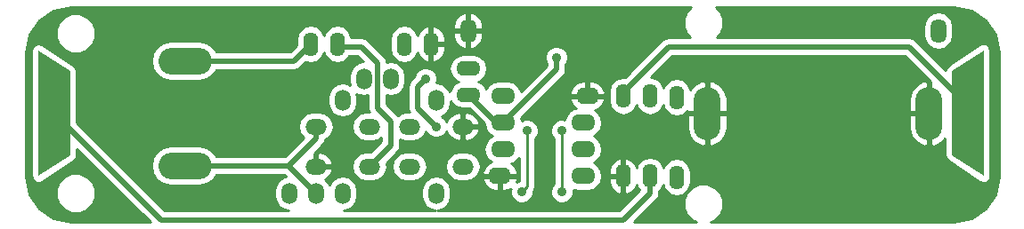
<source format=gbl>
G04 #@! TF.FileFunction,Copper,L2,Bot,Signal*
%FSLAX46Y46*%
G04 Gerber Fmt 4.6, Leading zero omitted, Abs format (unit mm)*
G04 Created by KiCad (PCBNEW (after 2015-may-01 BZR unknown)-product) date 28/10/2015 1:31:10*
%MOMM*%
G01*
G04 APERTURE LIST*
%ADD10C,0.150000*%
%ADD11O,5.080000X2.540000*%
%ADD12O,1.397000X2.300000*%
%ADD13O,2.300000X1.397000*%
%ADD14O,2.300000X1.600000*%
%ADD15O,2.200000X1.600000*%
%ADD16O,1.501140X1.998980*%
%ADD17O,1.998980X1.501140*%
%ADD18O,2.540000X5.080000*%
%ADD19O,1.500000X2.000000*%
%ADD20O,1.524000X2.300000*%
%ADD21C,0.889000*%
%ADD22C,0.254000*%
%ADD23C,0.508000*%
G04 APERTURE END LIST*
D10*
D11*
X-28702000Y5000000D03*
X-28702000Y-5000000D03*
D12*
X-7874000Y6604000D03*
X-5334000Y6604000D03*
D13*
X-1778000Y1778000D03*
X-1778000Y4278000D03*
D12*
X-16764000Y6604000D03*
X-14224000Y6604000D03*
X15494000Y-5969000D03*
X15494000Y1651000D03*
X12954000Y1651000D03*
X12954000Y-5969000D03*
D14*
X1524000Y1651000D03*
X1524000Y-889000D03*
X1524000Y-3429000D03*
D15*
X1224000Y-5969000D03*
D14*
X9144000Y-5969000D03*
X9144000Y-3429000D03*
X9144000Y-889000D03*
D15*
X9544000Y1651000D03*
D12*
X18034000Y-6096000D03*
X18034000Y1524000D03*
D16*
X-4826000Y1270000D03*
D17*
X-7366000Y-1270000D03*
X-2286000Y-1270000D03*
D16*
X-13716000Y1270000D03*
D17*
X-16256000Y-1270000D03*
X-11176000Y-1270000D03*
D16*
X-13716000Y-7620000D03*
D17*
X-11176000Y-5080000D03*
X-16256000Y-5080000D03*
D16*
X-4826000Y-7620000D03*
D17*
X-2286000Y-5080000D03*
X-7366000Y-5080000D03*
D18*
X42049700Y0D03*
X20942300Y0D03*
D10*
G36*
X-42648000Y6000000D02*
X-39648000Y4000000D01*
X-39648000Y-4000000D01*
X-42648000Y-6000000D01*
X-42648000Y6000000D01*
X-42648000Y6000000D01*
G37*
G36*
X47220000Y-6000000D02*
X44220000Y-4000000D01*
X44220000Y4000000D01*
X47220000Y6000000D01*
X47220000Y-6000000D01*
X47220000Y-6000000D01*
G37*
D19*
X-11684000Y3302000D03*
X-9144000Y3302000D03*
X-18796000Y-7620000D03*
X-16256000Y-7620000D03*
D20*
X42924000Y7874000D03*
X-1776000Y7874000D03*
D21*
X3810000Y-1651000D03*
X3302000Y-7493000D03*
X5334000Y-7493000D03*
X3556000Y2921000D03*
X7112000Y-7493000D03*
X7112000Y-1651000D03*
X6604000Y5334000D03*
X-4826000Y-1270000D03*
X-5842000Y3302000D03*
D22*
X3810000Y-1651000D02*
X3810000Y-6985000D01*
X3810000Y-6985000D02*
X3302000Y-7493000D01*
D23*
X-18368000Y5000000D02*
X-16764000Y6604000D01*
X-28702000Y5000000D02*
X-18368000Y5000000D01*
X-13970000Y6350000D02*
X-14224000Y6604000D01*
X-10414000Y4826000D02*
X-10414000Y762000D01*
X-10414000Y762000D02*
X-10414000Y508000D01*
X-10414000Y508000D02*
X-9144000Y-762000D01*
X-9144000Y-762000D02*
X-9144000Y-3048000D01*
X-9144000Y-3048000D02*
X-11176000Y-5080000D01*
X-13970000Y6350000D02*
X-12446000Y6350000D01*
X-11938000Y6350000D02*
X-12446000Y6350000D01*
X-11938000Y6350000D02*
X-10414000Y4826000D01*
X15494000Y-5969000D02*
X15494000Y-6477000D01*
X-30988000Y-10160000D02*
X12954000Y-10160000D01*
X12954000Y-10160000D02*
X15494000Y-7620000D01*
X15494000Y-7620000D02*
X15494000Y-5969000D01*
X-41148000Y0D02*
X-30988000Y-10160000D01*
X-30226000Y-5000000D02*
X-30226000Y-4826000D01*
X-18876000Y-5000000D02*
X-16256000Y-7620000D01*
X-16256000Y-2380000D02*
X-16256000Y-1270000D01*
X-18876000Y-5000000D02*
X-16256000Y-2380000D01*
X-18876000Y-5000000D02*
X-28702000Y-5000000D01*
D22*
X7112000Y-1651000D02*
X7112000Y-7493000D01*
D23*
X6604000Y5334000D02*
X6604000Y4191000D01*
X6604000Y4191000D02*
X1524000Y-889000D01*
X1524000Y-889000D02*
X889000Y-889000D01*
X889000Y-889000D02*
X-1778000Y1778000D01*
X12954000Y1651000D02*
X12954000Y2159000D01*
X44704000Y2286000D02*
X44704000Y0D01*
X12954000Y1651000D02*
X12954000Y1905000D01*
X45720000Y762000D02*
X45720000Y0D01*
X17272000Y6350000D02*
X40132000Y6350000D01*
X40132000Y6350000D02*
X45720000Y762000D01*
X12954000Y2032000D02*
X17272000Y6350000D01*
X12954000Y1651000D02*
X12954000Y2032000D01*
X-4826000Y-1270000D02*
X-6604000Y508000D01*
X-6604000Y508000D02*
X-6604000Y2540000D01*
X-6604000Y2540000D02*
X-5842000Y3302000D01*
D22*
G36*
X48678000Y-6054610D02*
X48340043Y-7753634D01*
X47418628Y-9132628D01*
X46039634Y-10054043D01*
X44340610Y-10392000D01*
X41922700Y-10392000D01*
X41922700Y-3011626D01*
X41922700Y-127000D01*
X41922700Y127000D01*
X41922700Y3011626D01*
X41626919Y3127493D01*
X41438021Y3078591D01*
X40792464Y2706841D01*
X40338310Y2116345D01*
X40144700Y1397000D01*
X40144700Y127000D01*
X41922700Y127000D01*
X41922700Y-127000D01*
X40144700Y-127000D01*
X40144700Y-1397000D01*
X40338310Y-2116345D01*
X40792464Y-2706841D01*
X41438021Y-3078591D01*
X41626919Y-3127493D01*
X41922700Y-3011626D01*
X41922700Y-10392000D01*
X22847300Y-10392000D01*
X22847300Y-1397000D01*
X22847300Y-127000D01*
X22847300Y127000D01*
X22847300Y1397000D01*
X22653690Y2116345D01*
X22199536Y2706841D01*
X21553979Y3078591D01*
X21365081Y3127493D01*
X21069300Y3011626D01*
X21069300Y127000D01*
X22847300Y127000D01*
X22847300Y-127000D01*
X21069300Y-127000D01*
X21069300Y-3011626D01*
X21365081Y-3127493D01*
X21553979Y-3078591D01*
X22199536Y-2706841D01*
X22653690Y-2116345D01*
X22847300Y-1397000D01*
X22847300Y-10392000D01*
X21260298Y-10392000D01*
X21640372Y-10234957D01*
X22171093Y-9705161D01*
X22458672Y-9012595D01*
X22459326Y-8262695D01*
X22172957Y-7569628D01*
X21643161Y-7038907D01*
X20950595Y-6751328D01*
X20815300Y-6751210D01*
X20815300Y-3011626D01*
X20815300Y-127000D01*
X19037300Y-127000D01*
X19037300Y-1397000D01*
X19230910Y-2116345D01*
X19685064Y-2706841D01*
X20330621Y-3078591D01*
X20519519Y-3127493D01*
X20815300Y-3011626D01*
X20815300Y-6751210D01*
X20200695Y-6750674D01*
X19507628Y-7037043D01*
X18976907Y-7566839D01*
X18689328Y-8259405D01*
X18688674Y-9009305D01*
X18975043Y-9702372D01*
X19504839Y-10233093D01*
X19887528Y-10392000D01*
X13979236Y-10392000D01*
X16122618Y-8248618D01*
X16315329Y-7960206D01*
X16383000Y-7620000D01*
X16383000Y-7434429D01*
X16436927Y-7398397D01*
X16725993Y-6965778D01*
X16751369Y-6838204D01*
X16802007Y-7092778D01*
X17091073Y-7525397D01*
X17523692Y-7814463D01*
X18034000Y-7915970D01*
X18544308Y-7814463D01*
X18976927Y-7525397D01*
X19265993Y-7092778D01*
X19367500Y-6582470D01*
X19367500Y-5609530D01*
X19265993Y-5099222D01*
X18976927Y-4666603D01*
X18544308Y-4377537D01*
X18034000Y-4276030D01*
X17523692Y-4377537D01*
X17091073Y-4666603D01*
X16802007Y-5099222D01*
X16776630Y-5226795D01*
X16725993Y-4972222D01*
X16436927Y-4539603D01*
X16004308Y-4250537D01*
X15494000Y-4149030D01*
X14983692Y-4250537D01*
X14551073Y-4539603D01*
X14262007Y-4972222D01*
X14222156Y-5172563D01*
X14137393Y-4889859D01*
X13807125Y-4484770D01*
X13346976Y-4236905D01*
X13287094Y-4226271D01*
X13081000Y-4349635D01*
X13081000Y-5842000D01*
X13101000Y-5842000D01*
X13101000Y-6096000D01*
X13081000Y-6096000D01*
X13081000Y-7588365D01*
X13287094Y-7711729D01*
X13346976Y-7701095D01*
X13807125Y-7453230D01*
X14137393Y-7048141D01*
X14222156Y-6765436D01*
X14262007Y-6965778D01*
X14513940Y-7342823D01*
X12827000Y-9029763D01*
X12827000Y-7588365D01*
X12827000Y-6096000D01*
X12827000Y-5842000D01*
X12827000Y-4349635D01*
X12620906Y-4226271D01*
X12561024Y-4236905D01*
X12100875Y-4484770D01*
X11770607Y-4889859D01*
X11620500Y-5390500D01*
X11620500Y-5842000D01*
X12827000Y-5842000D01*
X12827000Y-6096000D01*
X11620500Y-6096000D01*
X11620500Y-6547500D01*
X11770607Y-7048141D01*
X12100875Y-7453230D01*
X12561024Y-7701095D01*
X12620906Y-7711729D01*
X12827000Y-7588365D01*
X12827000Y-9029763D01*
X12585764Y-9271000D01*
X11235904Y-9271000D01*
X11235904Y1301961D01*
X11235904Y2000039D01*
X11218367Y2082819D01*
X10948500Y2575896D01*
X10510483Y2928166D01*
X9971000Y3086000D01*
X9671000Y3086000D01*
X9671000Y1778000D01*
X11113915Y1778000D01*
X11235904Y2000039D01*
X11235904Y1301961D01*
X11113915Y1524000D01*
X9671000Y1524000D01*
X9671000Y1504000D01*
X9417000Y1504000D01*
X9417000Y1524000D01*
X9417000Y1778000D01*
X9417000Y3086000D01*
X9117000Y3086000D01*
X8577517Y2928166D01*
X8139500Y2575896D01*
X7869633Y2082819D01*
X7852096Y2000039D01*
X7974085Y1778000D01*
X9417000Y1778000D01*
X9417000Y1524000D01*
X7974085Y1524000D01*
X7852096Y1301961D01*
X7869633Y1219181D01*
X8139500Y726104D01*
X8441883Y482916D01*
X8209879Y436767D01*
X7744332Y125698D01*
X7683687Y34937D01*
X7683687Y5547784D01*
X7519689Y5944689D01*
X7216286Y6248622D01*
X6819668Y6413313D01*
X6390216Y6413687D01*
X5993311Y6249689D01*
X5689378Y5946286D01*
X5524687Y5549668D01*
X5524313Y5120216D01*
X5688311Y4723311D01*
X5715000Y4696576D01*
X5715000Y4559236D01*
X3254841Y2099078D01*
X3234737Y2200151D01*
X2923668Y2665698D01*
X2458121Y2976767D01*
X1908970Y3086000D01*
X1139030Y3086000D01*
X589879Y2976767D01*
X124332Y2665698D01*
X-93685Y2339414D01*
X-348603Y2720927D01*
X-781222Y3009993D01*
X-871749Y3028000D01*
X-781222Y3046007D01*
X-348603Y3335073D01*
X-59537Y3767692D01*
X41970Y4278000D01*
X-59537Y4788308D01*
X-348603Y5220927D01*
X-379000Y5241238D01*
X-379000Y7359000D01*
X-379000Y7747000D01*
X-379000Y8001000D01*
X-379000Y8389000D01*
X-533941Y8913941D01*
X-877974Y9339630D01*
X-1358723Y9601260D01*
X-1432930Y9616220D01*
X-1649000Y9493720D01*
X-1649000Y8001000D01*
X-379000Y8001000D01*
X-379000Y7747000D01*
X-1649000Y7747000D01*
X-1649000Y6254280D01*
X-1432930Y6131780D01*
X-1358723Y6146740D01*
X-877974Y6408370D01*
X-533941Y6834059D01*
X-379000Y7359000D01*
X-379000Y5241238D01*
X-781222Y5509993D01*
X-1291530Y5611500D01*
X-1903000Y5611500D01*
X-1903000Y6254280D01*
X-1903000Y7747000D01*
X-1903000Y8001000D01*
X-1903000Y9493720D01*
X-2119070Y9616220D01*
X-2193277Y9601260D01*
X-2674026Y9339630D01*
X-3018059Y8913941D01*
X-3173000Y8389000D01*
X-3173000Y8001000D01*
X-1903000Y8001000D01*
X-1903000Y7747000D01*
X-3173000Y7747000D01*
X-3173000Y7359000D01*
X-3018059Y6834059D01*
X-2674026Y6408370D01*
X-2193277Y6146740D01*
X-2119070Y6131780D01*
X-1903000Y6254280D01*
X-1903000Y5611500D01*
X-2264470Y5611500D01*
X-2774778Y5509993D01*
X-3207397Y5220927D01*
X-3496463Y4788308D01*
X-3597970Y4278000D01*
X-3496463Y3767692D01*
X-3207397Y3335073D01*
X-2774778Y3046007D01*
X-2684252Y3028000D01*
X-2774778Y3009993D01*
X-3207397Y2720927D01*
X-3496463Y2288308D01*
X-3541783Y2060475D01*
X-3545900Y2081177D01*
X-3846254Y2530688D01*
X-4000500Y2633753D01*
X-4000500Y6025500D01*
X-4000500Y6477000D01*
X-4000500Y6731000D01*
X-4000500Y7182500D01*
X-4150607Y7683141D01*
X-4480875Y8088230D01*
X-4941024Y8336095D01*
X-5000906Y8346729D01*
X-5207000Y8223365D01*
X-5207000Y6731000D01*
X-4000500Y6731000D01*
X-4000500Y6477000D01*
X-5207000Y6477000D01*
X-5207000Y4984635D01*
X-5000906Y4861271D01*
X-4941024Y4871905D01*
X-4480875Y5119770D01*
X-4150607Y5524859D01*
X-4000500Y6025500D01*
X-4000500Y2633753D01*
X-4295765Y2831042D01*
X-4824983Y2936310D01*
X-4762687Y3086332D01*
X-4762313Y3515784D01*
X-4926311Y3912689D01*
X-5229714Y4216622D01*
X-5461000Y4312661D01*
X-5461000Y4984635D01*
X-5461000Y6477000D01*
X-5481000Y6477000D01*
X-5481000Y6731000D01*
X-5461000Y6731000D01*
X-5461000Y8223365D01*
X-5667094Y8346729D01*
X-5726976Y8336095D01*
X-6187125Y8088230D01*
X-6517393Y7683141D01*
X-6602157Y7400437D01*
X-6642007Y7600778D01*
X-6931073Y8033397D01*
X-7363692Y8322463D01*
X-7874000Y8423970D01*
X-8384308Y8322463D01*
X-8816927Y8033397D01*
X-9105993Y7600778D01*
X-9207500Y7090470D01*
X-9207500Y6117530D01*
X-9105993Y5607222D01*
X-8816927Y5174603D01*
X-8384308Y4885537D01*
X-7874000Y4784030D01*
X-7363692Y4885537D01*
X-6931073Y5174603D01*
X-6642007Y5607222D01*
X-6602157Y5807564D01*
X-6517393Y5524859D01*
X-6187125Y5119770D01*
X-5726976Y4871905D01*
X-5667094Y4861271D01*
X-5461000Y4984635D01*
X-5461000Y4312661D01*
X-5626332Y4381313D01*
X-6055784Y4381687D01*
X-6452689Y4217689D01*
X-6756622Y3914286D01*
X-6921313Y3517668D01*
X-6921346Y3479891D01*
X-7232618Y3168618D01*
X-7425329Y2880206D01*
X-7493000Y2540000D01*
X-7493000Y508000D01*
X-7425329Y167794D01*
X-7390434Y115570D01*
X-7646942Y115570D01*
X-8177177Y10100D01*
X-8477273Y-190417D01*
X-8515382Y-133382D01*
X-9525000Y876236D01*
X-9525000Y1710754D01*
X-9144000Y1634968D01*
X-8613983Y1740395D01*
X-8164657Y2040625D01*
X-7864427Y2489951D01*
X-7759000Y3019968D01*
X-7759000Y3584032D01*
X-7864427Y4114049D01*
X-8164657Y4563375D01*
X-8613983Y4863605D01*
X-9144000Y4969032D01*
X-9537867Y4890687D01*
X-9592671Y5166206D01*
X-9785382Y5454618D01*
X-11309382Y6978618D01*
X-11597794Y7171329D01*
X-11938000Y7239000D01*
X-12446000Y7239000D01*
X-12920045Y7239000D01*
X-12992007Y7600778D01*
X-13281073Y8033397D01*
X-13713692Y8322463D01*
X-14224000Y8423970D01*
X-14734308Y8322463D01*
X-15166927Y8033397D01*
X-15455993Y7600778D01*
X-15494000Y7409705D01*
X-15532007Y7600778D01*
X-15821073Y8033397D01*
X-16253692Y8322463D01*
X-16764000Y8423970D01*
X-17274308Y8322463D01*
X-17706927Y8033397D01*
X-17995993Y7600778D01*
X-18097500Y7090470D01*
X-18097500Y6527736D01*
X-18736236Y5889000D01*
X-25716708Y5889000D01*
X-26022760Y6347038D01*
X-26640786Y6759991D01*
X-27369798Y6905000D01*
X-30034202Y6905000D01*
X-30763214Y6759991D01*
X-31381240Y6347038D01*
X-31794193Y5729012D01*
X-31939202Y5000000D01*
X-31794193Y4270988D01*
X-31381240Y3652962D01*
X-30763214Y3240009D01*
X-30034202Y3095000D01*
X-27369798Y3095000D01*
X-26640786Y3240009D01*
X-26022760Y3652962D01*
X-25716708Y4111000D01*
X-18368000Y4111000D01*
X-18027795Y4178671D01*
X-18027794Y4178671D01*
X-17739382Y4371382D01*
X-17233371Y4877394D01*
X-16764000Y4784030D01*
X-16253692Y4885537D01*
X-15821073Y5174603D01*
X-15532007Y5607222D01*
X-15494000Y5798296D01*
X-15455993Y5607222D01*
X-15166927Y5174603D01*
X-14734308Y4885537D01*
X-14224000Y4784030D01*
X-13713692Y4885537D01*
X-13281073Y5174603D01*
X-13089710Y5461000D01*
X-12446000Y5461000D01*
X-12306236Y5461000D01*
X-11792656Y4947420D01*
X-12214017Y4863605D01*
X-12663343Y4563375D01*
X-12963573Y4114049D01*
X-13069000Y3584032D01*
X-13069000Y3019968D01*
X-13007763Y2712105D01*
X-13185765Y2831042D01*
X-13716000Y2936512D01*
X-14246235Y2831042D01*
X-14695746Y2530688D01*
X-14996100Y2081177D01*
X-15101570Y1550942D01*
X-15101570Y989058D01*
X-14996100Y458823D01*
X-14695746Y9312D01*
X-14246235Y-291042D01*
X-13716000Y-396512D01*
X-13185765Y-291042D01*
X-12736254Y9312D01*
X-12435900Y458823D01*
X-12330430Y989058D01*
X-12330430Y1550942D01*
X-12391735Y1859143D01*
X-12214017Y1740395D01*
X-11684000Y1634968D01*
X-11303000Y1710754D01*
X-11303000Y762000D01*
X-11303000Y508000D01*
X-11235329Y167794D01*
X-11200434Y115570D01*
X-11456942Y115570D01*
X-11987177Y10100D01*
X-12436688Y-290254D01*
X-12737042Y-739765D01*
X-12842512Y-1270000D01*
X-12737042Y-1800235D01*
X-12436688Y-2249746D01*
X-11987177Y-2550100D01*
X-11456942Y-2655570D01*
X-10895058Y-2655570D01*
X-10364823Y-2550100D01*
X-10033000Y-2328382D01*
X-10033000Y-2679764D01*
X-11047666Y-3694430D01*
X-11456942Y-3694430D01*
X-11987177Y-3799900D01*
X-12436688Y-4100254D01*
X-12737042Y-4549765D01*
X-12842512Y-5080000D01*
X-12737042Y-5610235D01*
X-12436688Y-6059746D01*
X-11987177Y-6360100D01*
X-11456942Y-6465570D01*
X-10895058Y-6465570D01*
X-10364823Y-6360100D01*
X-9915312Y-6059746D01*
X-9614958Y-5610235D01*
X-9509488Y-5080000D01*
X-9577392Y-4738627D01*
X-8515382Y-3676618D01*
X-8322671Y-3388206D01*
X-8322671Y-3388205D01*
X-8255000Y-3048000D01*
X-8255000Y-2498100D01*
X-8177177Y-2550100D01*
X-7646942Y-2655570D01*
X-7085058Y-2655570D01*
X-6554823Y-2550100D01*
X-6105312Y-2249746D01*
X-5804958Y-1800235D01*
X-5795201Y-1751181D01*
X-5741689Y-1880689D01*
X-5438286Y-2184622D01*
X-5041668Y-2349313D01*
X-4612216Y-2349687D01*
X-4215311Y-2185689D01*
X-3911378Y-1882286D01*
X-3848761Y-1731488D01*
X-3588710Y-2186324D01*
X-3157833Y-2519841D01*
X-2632123Y-2663081D01*
X-2413000Y-2502386D01*
X-2413000Y-1397000D01*
X-2433000Y-1397000D01*
X-2433000Y-1143000D01*
X-2413000Y-1143000D01*
X-2413000Y-37614D01*
X-2632123Y123081D01*
X-3157833Y-20159D01*
X-3588710Y-353676D01*
X-3848704Y-808411D01*
X-3910311Y-659311D01*
X-4213714Y-355378D01*
X-4345045Y-300844D01*
X-4295765Y-291042D01*
X-3846254Y9312D01*
X-3545900Y458823D01*
X-3440430Y989058D01*
X-3440430Y1183833D01*
X-3207397Y835073D01*
X-2774778Y546007D01*
X-2264470Y444500D01*
X-1701736Y444500D01*
X-278027Y-979209D01*
X-186737Y-1438151D01*
X124332Y-1903698D01*
X506417Y-2159000D01*
X124332Y-2414302D01*
X-186737Y-2879849D01*
X-295970Y-3429000D01*
X-186737Y-3978151D01*
X124332Y-4443698D01*
X423163Y-4643371D01*
X257517Y-4691834D01*
X-180500Y-5044104D01*
X-450367Y-5537181D01*
X-467904Y-5619961D01*
X-345915Y-5842000D01*
X1097000Y-5842000D01*
X1097000Y-5822000D01*
X1351000Y-5822000D01*
X1351000Y-5842000D01*
X2793915Y-5842000D01*
X2915904Y-5619961D01*
X2898367Y-5537181D01*
X2628500Y-5044104D01*
X2306287Y-4784968D01*
X2458121Y-4754767D01*
X2923668Y-4443698D01*
X3048000Y-4257622D01*
X3048000Y-6429929D01*
X2834050Y-6518332D01*
X2898367Y-6400819D01*
X2915904Y-6318039D01*
X2793915Y-6096000D01*
X1351000Y-6096000D01*
X1351000Y-7404000D01*
X1651000Y-7404000D01*
X2190483Y-7246166D01*
X2258263Y-7191654D01*
X2222687Y-7277332D01*
X2222313Y-7706784D01*
X2386311Y-8103689D01*
X2689714Y-8407622D01*
X3086332Y-8572313D01*
X3515784Y-8572687D01*
X3912689Y-8408689D01*
X4216622Y-8105286D01*
X4381313Y-7708668D01*
X4381516Y-7474874D01*
X4381516Y-7474873D01*
X4513996Y-7276605D01*
X4571999Y-6985000D01*
X4572000Y-6985000D01*
X4572000Y-2415641D01*
X4724622Y-2263286D01*
X4889313Y-1866668D01*
X4889687Y-1437216D01*
X4725689Y-1040311D01*
X4422286Y-736378D01*
X4025668Y-571687D01*
X3596216Y-571313D01*
X3304734Y-691750D01*
X3250606Y-419629D01*
X7232618Y3562382D01*
X7425329Y3850794D01*
X7425329Y3850795D01*
X7493000Y4191000D01*
X7493000Y4696137D01*
X7518622Y4721714D01*
X7683313Y5118332D01*
X7683687Y5547784D01*
X7683687Y34937D01*
X7433263Y-339849D01*
X7382609Y-594500D01*
X7327668Y-571687D01*
X6898216Y-571313D01*
X6501311Y-735311D01*
X6197378Y-1038714D01*
X6032687Y-1435332D01*
X6032313Y-1864784D01*
X6196311Y-2261689D01*
X6350000Y-2415646D01*
X6350000Y-6728358D01*
X6197378Y-6880714D01*
X6032687Y-7277332D01*
X6032313Y-7706784D01*
X6196311Y-8103689D01*
X6499714Y-8407622D01*
X6896332Y-8572313D01*
X7325784Y-8572687D01*
X7722689Y-8408689D01*
X8026622Y-8105286D01*
X8191313Y-7708668D01*
X8191684Y-7282609D01*
X8209879Y-7294767D01*
X8759030Y-7404000D01*
X9528970Y-7404000D01*
X10078121Y-7294767D01*
X10543668Y-6983698D01*
X10854737Y-6518151D01*
X10963970Y-5969000D01*
X10854737Y-5419849D01*
X10543668Y-4954302D01*
X10161582Y-4699000D01*
X10543668Y-4443698D01*
X10854737Y-3978151D01*
X10963970Y-3429000D01*
X10854737Y-2879849D01*
X10543668Y-2414302D01*
X10161582Y-2159000D01*
X10543668Y-1903698D01*
X10854737Y-1438151D01*
X10963970Y-889000D01*
X10854737Y-339849D01*
X10543668Y125698D01*
X10275287Y305025D01*
X10510483Y373834D01*
X10948500Y726104D01*
X11218367Y1219181D01*
X11235904Y1301961D01*
X11235904Y-9271000D01*
X1097000Y-9271000D01*
X1097000Y-7404000D01*
X1097000Y-6096000D01*
X-345915Y-6096000D01*
X-467904Y-6318039D01*
X-450367Y-6400819D01*
X-180500Y-6893896D01*
X257517Y-7246166D01*
X797000Y-7404000D01*
X1097000Y-7404000D01*
X1097000Y-9271000D01*
X-619488Y-9271000D01*
X-619488Y-5080000D01*
X-694197Y-4704411D01*
X-694197Y-1611275D01*
X-694197Y-928725D01*
X-712843Y-826695D01*
X-983290Y-353676D01*
X-1414167Y-20159D01*
X-1939877Y123081D01*
X-2159000Y-37614D01*
X-2159000Y-1143000D01*
X-816851Y-1143000D01*
X-694197Y-928725D01*
X-694197Y-1611275D01*
X-816851Y-1397000D01*
X-2159000Y-1397000D01*
X-2159000Y-2502386D01*
X-1939877Y-2663081D01*
X-1414167Y-2519841D01*
X-983290Y-2186324D01*
X-712843Y-1713305D01*
X-694197Y-1611275D01*
X-694197Y-4704411D01*
X-724958Y-4549765D01*
X-1025312Y-4100254D01*
X-1474823Y-3799900D01*
X-2005058Y-3694430D01*
X-2566942Y-3694430D01*
X-3097177Y-3799900D01*
X-3546688Y-4100254D01*
X-3847042Y-4549765D01*
X-3952512Y-5080000D01*
X-3847042Y-5610235D01*
X-3546688Y-6059746D01*
X-3097177Y-6360100D01*
X-2566942Y-6465570D01*
X-2005058Y-6465570D01*
X-1474823Y-6360100D01*
X-1025312Y-6059746D01*
X-724958Y-5610235D01*
X-619488Y-5080000D01*
X-619488Y-9271000D01*
X-4748016Y-9271000D01*
X-4295765Y-9181042D01*
X-3846254Y-8880688D01*
X-3545900Y-8431177D01*
X-3440430Y-7900942D01*
X-3440430Y-7339058D01*
X-3545900Y-6808823D01*
X-3846254Y-6359312D01*
X-4295765Y-6058958D01*
X-4826000Y-5953488D01*
X-5356235Y-6058958D01*
X-5699488Y-6288312D01*
X-5699488Y-5080000D01*
X-5804958Y-4549765D01*
X-6105312Y-4100254D01*
X-6554823Y-3799900D01*
X-7085058Y-3694430D01*
X-7646942Y-3694430D01*
X-8177177Y-3799900D01*
X-8626688Y-4100254D01*
X-8927042Y-4549765D01*
X-9032512Y-5080000D01*
X-8927042Y-5610235D01*
X-8626688Y-6059746D01*
X-8177177Y-6360100D01*
X-7646942Y-6465570D01*
X-7085058Y-6465570D01*
X-6554823Y-6360100D01*
X-6105312Y-6059746D01*
X-5804958Y-5610235D01*
X-5699488Y-5080000D01*
X-5699488Y-6288312D01*
X-5805746Y-6359312D01*
X-6106100Y-6808823D01*
X-6211570Y-7339058D01*
X-6211570Y-7900942D01*
X-6106100Y-8431177D01*
X-5805746Y-8880688D01*
X-5356235Y-9181042D01*
X-4903985Y-9271000D01*
X-13638016Y-9271000D01*
X-13185765Y-9181042D01*
X-12736254Y-8880688D01*
X-12435900Y-8431177D01*
X-12330430Y-7900942D01*
X-12330430Y-7339058D01*
X-12435900Y-6808823D01*
X-12736254Y-6359312D01*
X-13185765Y-6058958D01*
X-13716000Y-5953488D01*
X-14246235Y-6058958D01*
X-14695746Y-6359312D01*
X-14985973Y-6793665D01*
X-15276657Y-6358625D01*
X-15354316Y-6306734D01*
X-14953290Y-5996324D01*
X-14682843Y-5523305D01*
X-14664197Y-5421275D01*
X-14664197Y-4738725D01*
X-14682843Y-4636695D01*
X-14953290Y-4163676D01*
X-15384167Y-3830159D01*
X-15909877Y-3686919D01*
X-16129000Y-3847614D01*
X-16129000Y-4953000D01*
X-14786851Y-4953000D01*
X-14664197Y-4738725D01*
X-14664197Y-5421275D01*
X-14786851Y-5207000D01*
X-16129000Y-5207000D01*
X-16129000Y-5227000D01*
X-16383000Y-5227000D01*
X-16383000Y-5207000D01*
X-16403000Y-5207000D01*
X-16403000Y-4953000D01*
X-16383000Y-4953000D01*
X-16383000Y-3847614D01*
X-16431103Y-3812338D01*
X-15627382Y-3008618D01*
X-15434671Y-2720206D01*
X-15434670Y-2720205D01*
X-15394093Y-2516202D01*
X-15394092Y-2516202D01*
X-14995312Y-2249746D01*
X-14694958Y-1800235D01*
X-14589488Y-1270000D01*
X-14694958Y-739765D01*
X-14995312Y-290254D01*
X-15444823Y10100D01*
X-15975058Y115570D01*
X-16536942Y115570D01*
X-17067177Y10100D01*
X-17516688Y-290254D01*
X-17817042Y-739765D01*
X-17922512Y-1270000D01*
X-17817042Y-1800235D01*
X-17516688Y-2249746D01*
X-17436538Y-2303301D01*
X-19244236Y-4111000D01*
X-25716708Y-4111000D01*
X-26022760Y-3652962D01*
X-26640786Y-3240009D01*
X-27369798Y-3095000D01*
X-30034202Y-3095000D01*
X-30763214Y-3240009D01*
X-31381240Y-3652962D01*
X-31794193Y-4270988D01*
X-31939202Y-5000000D01*
X-31794193Y-5729012D01*
X-31381240Y-6347038D01*
X-30763214Y-6759991D01*
X-30034202Y-6905000D01*
X-27369798Y-6905000D01*
X-26640786Y-6759991D01*
X-26022760Y-6347038D01*
X-25716708Y-5889000D01*
X-19244236Y-5889000D01*
X-19116514Y-6016722D01*
X-19326017Y-6058395D01*
X-19775343Y-6358625D01*
X-20075573Y-6807951D01*
X-20181000Y-7337968D01*
X-20181000Y-7902032D01*
X-20075573Y-8432049D01*
X-19775343Y-8881375D01*
X-19326017Y-9181605D01*
X-18876599Y-9271000D01*
X-30619764Y-9271000D01*
X-37230674Y-2660090D01*
X-37230674Y7993305D01*
X-37517043Y8686372D01*
X-38046839Y9217093D01*
X-38739405Y9504672D01*
X-39489305Y9505326D01*
X-40182372Y9218957D01*
X-40713093Y8689161D01*
X-41000672Y7996595D01*
X-41001326Y7246695D01*
X-40714957Y6553628D01*
X-40185161Y6022907D01*
X-39492595Y5735328D01*
X-38742695Y5734674D01*
X-38049628Y6021043D01*
X-37518907Y6550839D01*
X-37231328Y7243405D01*
X-37230674Y7993305D01*
X-37230674Y-2660090D01*
X-39000560Y-890204D01*
X-39000560Y4000000D01*
X-39108922Y4358572D01*
X-39288865Y4538703D01*
X-42288865Y6538703D01*
X-42639874Y6647389D01*
X-42890123Y6600463D01*
X-43102927Y6460673D01*
X-43245377Y6249640D01*
X-43295440Y6000000D01*
X-43295440Y-6000000D01*
X-43191168Y-6352346D01*
X-43013309Y-6534535D01*
X-42778955Y-6634058D01*
X-42524348Y-6635523D01*
X-42288865Y-6538703D01*
X-39288865Y-4538703D01*
X-39050623Y-4249640D01*
X-39000560Y-4000000D01*
X-39000560Y-3404676D01*
X-32013236Y-10392000D01*
X-37230674Y-10392000D01*
X-37230674Y-7246695D01*
X-37517043Y-6553628D01*
X-38046839Y-6022907D01*
X-38739405Y-5735328D01*
X-39489305Y-5734674D01*
X-40182372Y-6021043D01*
X-40713093Y-6550839D01*
X-41000672Y-7243405D01*
X-41001326Y-7993305D01*
X-40714957Y-8686372D01*
X-40185161Y-9217093D01*
X-39492595Y-9504672D01*
X-38742695Y-9505326D01*
X-38049628Y-9218957D01*
X-37518907Y-8689161D01*
X-37231328Y-7996595D01*
X-37230674Y-7246695D01*
X-37230674Y-10392000D01*
X-39514611Y-10392000D01*
X-41213635Y-10054043D01*
X-42592629Y-9132628D01*
X-43514044Y-7753634D01*
X-43852000Y-6054610D01*
X-43852000Y5800611D01*
X-43514044Y7499635D01*
X-42592629Y8878629D01*
X-41213635Y9800044D01*
X-39514611Y10138000D01*
X19410501Y10138000D01*
X18976907Y9705161D01*
X18689328Y9012595D01*
X18688674Y8262695D01*
X18975043Y7569628D01*
X19305094Y7239000D01*
X17272000Y7239000D01*
X16931794Y7171329D01*
X16643382Y6978618D01*
X13105582Y3440819D01*
X12954000Y3470970D01*
X12443692Y3369463D01*
X12011073Y3080397D01*
X11722007Y2647778D01*
X11620500Y2137470D01*
X11620500Y1164530D01*
X11722007Y654222D01*
X12011073Y221603D01*
X12443692Y-67463D01*
X12954000Y-168970D01*
X13464308Y-67463D01*
X13896927Y221603D01*
X14185993Y654222D01*
X14224000Y845296D01*
X14262007Y654222D01*
X14551073Y221603D01*
X14983692Y-67463D01*
X15494000Y-168970D01*
X16004308Y-67463D01*
X16436927Y221603D01*
X16725993Y654222D01*
X16751369Y781796D01*
X16802007Y527222D01*
X17091073Y94603D01*
X17523692Y-194463D01*
X18034000Y-295970D01*
X18544308Y-194463D01*
X18976927Y94603D01*
X19037300Y184958D01*
X19037300Y127000D01*
X20815300Y127000D01*
X20815300Y3011626D01*
X20519519Y3127493D01*
X20330621Y3078591D01*
X19685064Y2706841D01*
X19322700Y2235692D01*
X19265993Y2520778D01*
X18976927Y2953397D01*
X18544308Y3242463D01*
X18034000Y3343970D01*
X17523692Y3242463D01*
X17091073Y2953397D01*
X16802007Y2520778D01*
X16776630Y2393205D01*
X16725993Y2647778D01*
X16436927Y3080397D01*
X16004308Y3369463D01*
X15624289Y3445054D01*
X17640236Y5461000D01*
X39763764Y5461000D01*
X42202881Y3021883D01*
X42176700Y3011626D01*
X42176700Y127000D01*
X42196700Y127000D01*
X42196700Y-127000D01*
X42176700Y-127000D01*
X42176700Y-3011626D01*
X42472481Y-3127493D01*
X42661379Y-3078591D01*
X43306936Y-2706841D01*
X43572560Y-2361473D01*
X43572560Y-4000000D01*
X43680922Y-4358572D01*
X43860865Y-4538703D01*
X46860865Y-6538703D01*
X47211874Y-6647389D01*
X47462123Y-6600463D01*
X47674927Y-6460673D01*
X47817377Y-6249640D01*
X47867440Y-6000000D01*
X47867440Y6000000D01*
X47763168Y6352346D01*
X47585309Y6534535D01*
X47350955Y6634058D01*
X47096348Y6635523D01*
X46860865Y6538703D01*
X44321000Y4845460D01*
X44321000Y7451030D01*
X44321000Y8296970D01*
X44214660Y8831579D01*
X43911828Y9284798D01*
X43458609Y9587630D01*
X42924000Y9693970D01*
X42389391Y9587630D01*
X41936172Y9284798D01*
X41633340Y8831579D01*
X41527000Y8296970D01*
X41527000Y7451030D01*
X41633340Y6916421D01*
X41936172Y6463202D01*
X42389391Y6160370D01*
X42924000Y6054030D01*
X43458609Y6160370D01*
X43911828Y6463202D01*
X44214660Y6916421D01*
X44321000Y7451030D01*
X44321000Y4845460D01*
X43860865Y4538703D01*
X43622623Y4249640D01*
X43600401Y4138835D01*
X40760618Y6978618D01*
X40472206Y7171329D01*
X40132000Y7239000D01*
X21842681Y7239000D01*
X22171093Y7566839D01*
X22458672Y8259405D01*
X22459326Y9009305D01*
X22172957Y9702372D01*
X21738088Y10138000D01*
X44340610Y10138000D01*
X46039634Y9800044D01*
X47418628Y8878629D01*
X48340043Y7499635D01*
X48678000Y5800611D01*
X48678000Y-6054610D01*
X48678000Y-6054610D01*
G37*
X48678000Y-6054610D02*
X48340043Y-7753634D01*
X47418628Y-9132628D01*
X46039634Y-10054043D01*
X44340610Y-10392000D01*
X41922700Y-10392000D01*
X41922700Y-3011626D01*
X41922700Y-127000D01*
X41922700Y127000D01*
X41922700Y3011626D01*
X41626919Y3127493D01*
X41438021Y3078591D01*
X40792464Y2706841D01*
X40338310Y2116345D01*
X40144700Y1397000D01*
X40144700Y127000D01*
X41922700Y127000D01*
X41922700Y-127000D01*
X40144700Y-127000D01*
X40144700Y-1397000D01*
X40338310Y-2116345D01*
X40792464Y-2706841D01*
X41438021Y-3078591D01*
X41626919Y-3127493D01*
X41922700Y-3011626D01*
X41922700Y-10392000D01*
X22847300Y-10392000D01*
X22847300Y-1397000D01*
X22847300Y-127000D01*
X22847300Y127000D01*
X22847300Y1397000D01*
X22653690Y2116345D01*
X22199536Y2706841D01*
X21553979Y3078591D01*
X21365081Y3127493D01*
X21069300Y3011626D01*
X21069300Y127000D01*
X22847300Y127000D01*
X22847300Y-127000D01*
X21069300Y-127000D01*
X21069300Y-3011626D01*
X21365081Y-3127493D01*
X21553979Y-3078591D01*
X22199536Y-2706841D01*
X22653690Y-2116345D01*
X22847300Y-1397000D01*
X22847300Y-10392000D01*
X21260298Y-10392000D01*
X21640372Y-10234957D01*
X22171093Y-9705161D01*
X22458672Y-9012595D01*
X22459326Y-8262695D01*
X22172957Y-7569628D01*
X21643161Y-7038907D01*
X20950595Y-6751328D01*
X20815300Y-6751210D01*
X20815300Y-3011626D01*
X20815300Y-127000D01*
X19037300Y-127000D01*
X19037300Y-1397000D01*
X19230910Y-2116345D01*
X19685064Y-2706841D01*
X20330621Y-3078591D01*
X20519519Y-3127493D01*
X20815300Y-3011626D01*
X20815300Y-6751210D01*
X20200695Y-6750674D01*
X19507628Y-7037043D01*
X18976907Y-7566839D01*
X18689328Y-8259405D01*
X18688674Y-9009305D01*
X18975043Y-9702372D01*
X19504839Y-10233093D01*
X19887528Y-10392000D01*
X13979236Y-10392000D01*
X16122618Y-8248618D01*
X16315329Y-7960206D01*
X16383000Y-7620000D01*
X16383000Y-7434429D01*
X16436927Y-7398397D01*
X16725993Y-6965778D01*
X16751369Y-6838204D01*
X16802007Y-7092778D01*
X17091073Y-7525397D01*
X17523692Y-7814463D01*
X18034000Y-7915970D01*
X18544308Y-7814463D01*
X18976927Y-7525397D01*
X19265993Y-7092778D01*
X19367500Y-6582470D01*
X19367500Y-5609530D01*
X19265993Y-5099222D01*
X18976927Y-4666603D01*
X18544308Y-4377537D01*
X18034000Y-4276030D01*
X17523692Y-4377537D01*
X17091073Y-4666603D01*
X16802007Y-5099222D01*
X16776630Y-5226795D01*
X16725993Y-4972222D01*
X16436927Y-4539603D01*
X16004308Y-4250537D01*
X15494000Y-4149030D01*
X14983692Y-4250537D01*
X14551073Y-4539603D01*
X14262007Y-4972222D01*
X14222156Y-5172563D01*
X14137393Y-4889859D01*
X13807125Y-4484770D01*
X13346976Y-4236905D01*
X13287094Y-4226271D01*
X13081000Y-4349635D01*
X13081000Y-5842000D01*
X13101000Y-5842000D01*
X13101000Y-6096000D01*
X13081000Y-6096000D01*
X13081000Y-7588365D01*
X13287094Y-7711729D01*
X13346976Y-7701095D01*
X13807125Y-7453230D01*
X14137393Y-7048141D01*
X14222156Y-6765436D01*
X14262007Y-6965778D01*
X14513940Y-7342823D01*
X12827000Y-9029763D01*
X12827000Y-7588365D01*
X12827000Y-6096000D01*
X12827000Y-5842000D01*
X12827000Y-4349635D01*
X12620906Y-4226271D01*
X12561024Y-4236905D01*
X12100875Y-4484770D01*
X11770607Y-4889859D01*
X11620500Y-5390500D01*
X11620500Y-5842000D01*
X12827000Y-5842000D01*
X12827000Y-6096000D01*
X11620500Y-6096000D01*
X11620500Y-6547500D01*
X11770607Y-7048141D01*
X12100875Y-7453230D01*
X12561024Y-7701095D01*
X12620906Y-7711729D01*
X12827000Y-7588365D01*
X12827000Y-9029763D01*
X12585764Y-9271000D01*
X11235904Y-9271000D01*
X11235904Y1301961D01*
X11235904Y2000039D01*
X11218367Y2082819D01*
X10948500Y2575896D01*
X10510483Y2928166D01*
X9971000Y3086000D01*
X9671000Y3086000D01*
X9671000Y1778000D01*
X11113915Y1778000D01*
X11235904Y2000039D01*
X11235904Y1301961D01*
X11113915Y1524000D01*
X9671000Y1524000D01*
X9671000Y1504000D01*
X9417000Y1504000D01*
X9417000Y1524000D01*
X9417000Y1778000D01*
X9417000Y3086000D01*
X9117000Y3086000D01*
X8577517Y2928166D01*
X8139500Y2575896D01*
X7869633Y2082819D01*
X7852096Y2000039D01*
X7974085Y1778000D01*
X9417000Y1778000D01*
X9417000Y1524000D01*
X7974085Y1524000D01*
X7852096Y1301961D01*
X7869633Y1219181D01*
X8139500Y726104D01*
X8441883Y482916D01*
X8209879Y436767D01*
X7744332Y125698D01*
X7683687Y34937D01*
X7683687Y5547784D01*
X7519689Y5944689D01*
X7216286Y6248622D01*
X6819668Y6413313D01*
X6390216Y6413687D01*
X5993311Y6249689D01*
X5689378Y5946286D01*
X5524687Y5549668D01*
X5524313Y5120216D01*
X5688311Y4723311D01*
X5715000Y4696576D01*
X5715000Y4559236D01*
X3254841Y2099078D01*
X3234737Y2200151D01*
X2923668Y2665698D01*
X2458121Y2976767D01*
X1908970Y3086000D01*
X1139030Y3086000D01*
X589879Y2976767D01*
X124332Y2665698D01*
X-93685Y2339414D01*
X-348603Y2720927D01*
X-781222Y3009993D01*
X-871749Y3028000D01*
X-781222Y3046007D01*
X-348603Y3335073D01*
X-59537Y3767692D01*
X41970Y4278000D01*
X-59537Y4788308D01*
X-348603Y5220927D01*
X-379000Y5241238D01*
X-379000Y7359000D01*
X-379000Y7747000D01*
X-379000Y8001000D01*
X-379000Y8389000D01*
X-533941Y8913941D01*
X-877974Y9339630D01*
X-1358723Y9601260D01*
X-1432930Y9616220D01*
X-1649000Y9493720D01*
X-1649000Y8001000D01*
X-379000Y8001000D01*
X-379000Y7747000D01*
X-1649000Y7747000D01*
X-1649000Y6254280D01*
X-1432930Y6131780D01*
X-1358723Y6146740D01*
X-877974Y6408370D01*
X-533941Y6834059D01*
X-379000Y7359000D01*
X-379000Y5241238D01*
X-781222Y5509993D01*
X-1291530Y5611500D01*
X-1903000Y5611500D01*
X-1903000Y6254280D01*
X-1903000Y7747000D01*
X-1903000Y8001000D01*
X-1903000Y9493720D01*
X-2119070Y9616220D01*
X-2193277Y9601260D01*
X-2674026Y9339630D01*
X-3018059Y8913941D01*
X-3173000Y8389000D01*
X-3173000Y8001000D01*
X-1903000Y8001000D01*
X-1903000Y7747000D01*
X-3173000Y7747000D01*
X-3173000Y7359000D01*
X-3018059Y6834059D01*
X-2674026Y6408370D01*
X-2193277Y6146740D01*
X-2119070Y6131780D01*
X-1903000Y6254280D01*
X-1903000Y5611500D01*
X-2264470Y5611500D01*
X-2774778Y5509993D01*
X-3207397Y5220927D01*
X-3496463Y4788308D01*
X-3597970Y4278000D01*
X-3496463Y3767692D01*
X-3207397Y3335073D01*
X-2774778Y3046007D01*
X-2684252Y3028000D01*
X-2774778Y3009993D01*
X-3207397Y2720927D01*
X-3496463Y2288308D01*
X-3541783Y2060475D01*
X-3545900Y2081177D01*
X-3846254Y2530688D01*
X-4000500Y2633753D01*
X-4000500Y6025500D01*
X-4000500Y6477000D01*
X-4000500Y6731000D01*
X-4000500Y7182500D01*
X-4150607Y7683141D01*
X-4480875Y8088230D01*
X-4941024Y8336095D01*
X-5000906Y8346729D01*
X-5207000Y8223365D01*
X-5207000Y6731000D01*
X-4000500Y6731000D01*
X-4000500Y6477000D01*
X-5207000Y6477000D01*
X-5207000Y4984635D01*
X-5000906Y4861271D01*
X-4941024Y4871905D01*
X-4480875Y5119770D01*
X-4150607Y5524859D01*
X-4000500Y6025500D01*
X-4000500Y2633753D01*
X-4295765Y2831042D01*
X-4824983Y2936310D01*
X-4762687Y3086332D01*
X-4762313Y3515784D01*
X-4926311Y3912689D01*
X-5229714Y4216622D01*
X-5461000Y4312661D01*
X-5461000Y4984635D01*
X-5461000Y6477000D01*
X-5481000Y6477000D01*
X-5481000Y6731000D01*
X-5461000Y6731000D01*
X-5461000Y8223365D01*
X-5667094Y8346729D01*
X-5726976Y8336095D01*
X-6187125Y8088230D01*
X-6517393Y7683141D01*
X-6602157Y7400437D01*
X-6642007Y7600778D01*
X-6931073Y8033397D01*
X-7363692Y8322463D01*
X-7874000Y8423970D01*
X-8384308Y8322463D01*
X-8816927Y8033397D01*
X-9105993Y7600778D01*
X-9207500Y7090470D01*
X-9207500Y6117530D01*
X-9105993Y5607222D01*
X-8816927Y5174603D01*
X-8384308Y4885537D01*
X-7874000Y4784030D01*
X-7363692Y4885537D01*
X-6931073Y5174603D01*
X-6642007Y5607222D01*
X-6602157Y5807564D01*
X-6517393Y5524859D01*
X-6187125Y5119770D01*
X-5726976Y4871905D01*
X-5667094Y4861271D01*
X-5461000Y4984635D01*
X-5461000Y4312661D01*
X-5626332Y4381313D01*
X-6055784Y4381687D01*
X-6452689Y4217689D01*
X-6756622Y3914286D01*
X-6921313Y3517668D01*
X-6921346Y3479891D01*
X-7232618Y3168618D01*
X-7425329Y2880206D01*
X-7493000Y2540000D01*
X-7493000Y508000D01*
X-7425329Y167794D01*
X-7390434Y115570D01*
X-7646942Y115570D01*
X-8177177Y10100D01*
X-8477273Y-190417D01*
X-8515382Y-133382D01*
X-9525000Y876236D01*
X-9525000Y1710754D01*
X-9144000Y1634968D01*
X-8613983Y1740395D01*
X-8164657Y2040625D01*
X-7864427Y2489951D01*
X-7759000Y3019968D01*
X-7759000Y3584032D01*
X-7864427Y4114049D01*
X-8164657Y4563375D01*
X-8613983Y4863605D01*
X-9144000Y4969032D01*
X-9537867Y4890687D01*
X-9592671Y5166206D01*
X-9785382Y5454618D01*
X-11309382Y6978618D01*
X-11597794Y7171329D01*
X-11938000Y7239000D01*
X-12446000Y7239000D01*
X-12920045Y7239000D01*
X-12992007Y7600778D01*
X-13281073Y8033397D01*
X-13713692Y8322463D01*
X-14224000Y8423970D01*
X-14734308Y8322463D01*
X-15166927Y8033397D01*
X-15455993Y7600778D01*
X-15494000Y7409705D01*
X-15532007Y7600778D01*
X-15821073Y8033397D01*
X-16253692Y8322463D01*
X-16764000Y8423970D01*
X-17274308Y8322463D01*
X-17706927Y8033397D01*
X-17995993Y7600778D01*
X-18097500Y7090470D01*
X-18097500Y6527736D01*
X-18736236Y5889000D01*
X-25716708Y5889000D01*
X-26022760Y6347038D01*
X-26640786Y6759991D01*
X-27369798Y6905000D01*
X-30034202Y6905000D01*
X-30763214Y6759991D01*
X-31381240Y6347038D01*
X-31794193Y5729012D01*
X-31939202Y5000000D01*
X-31794193Y4270988D01*
X-31381240Y3652962D01*
X-30763214Y3240009D01*
X-30034202Y3095000D01*
X-27369798Y3095000D01*
X-26640786Y3240009D01*
X-26022760Y3652962D01*
X-25716708Y4111000D01*
X-18368000Y4111000D01*
X-18027795Y4178671D01*
X-18027794Y4178671D01*
X-17739382Y4371382D01*
X-17233371Y4877394D01*
X-16764000Y4784030D01*
X-16253692Y4885537D01*
X-15821073Y5174603D01*
X-15532007Y5607222D01*
X-15494000Y5798296D01*
X-15455993Y5607222D01*
X-15166927Y5174603D01*
X-14734308Y4885537D01*
X-14224000Y4784030D01*
X-13713692Y4885537D01*
X-13281073Y5174603D01*
X-13089710Y5461000D01*
X-12446000Y5461000D01*
X-12306236Y5461000D01*
X-11792656Y4947420D01*
X-12214017Y4863605D01*
X-12663343Y4563375D01*
X-12963573Y4114049D01*
X-13069000Y3584032D01*
X-13069000Y3019968D01*
X-13007763Y2712105D01*
X-13185765Y2831042D01*
X-13716000Y2936512D01*
X-14246235Y2831042D01*
X-14695746Y2530688D01*
X-14996100Y2081177D01*
X-15101570Y1550942D01*
X-15101570Y989058D01*
X-14996100Y458823D01*
X-14695746Y9312D01*
X-14246235Y-291042D01*
X-13716000Y-396512D01*
X-13185765Y-291042D01*
X-12736254Y9312D01*
X-12435900Y458823D01*
X-12330430Y989058D01*
X-12330430Y1550942D01*
X-12391735Y1859143D01*
X-12214017Y1740395D01*
X-11684000Y1634968D01*
X-11303000Y1710754D01*
X-11303000Y762000D01*
X-11303000Y508000D01*
X-11235329Y167794D01*
X-11200434Y115570D01*
X-11456942Y115570D01*
X-11987177Y10100D01*
X-12436688Y-290254D01*
X-12737042Y-739765D01*
X-12842512Y-1270000D01*
X-12737042Y-1800235D01*
X-12436688Y-2249746D01*
X-11987177Y-2550100D01*
X-11456942Y-2655570D01*
X-10895058Y-2655570D01*
X-10364823Y-2550100D01*
X-10033000Y-2328382D01*
X-10033000Y-2679764D01*
X-11047666Y-3694430D01*
X-11456942Y-3694430D01*
X-11987177Y-3799900D01*
X-12436688Y-4100254D01*
X-12737042Y-4549765D01*
X-12842512Y-5080000D01*
X-12737042Y-5610235D01*
X-12436688Y-6059746D01*
X-11987177Y-6360100D01*
X-11456942Y-6465570D01*
X-10895058Y-6465570D01*
X-10364823Y-6360100D01*
X-9915312Y-6059746D01*
X-9614958Y-5610235D01*
X-9509488Y-5080000D01*
X-9577392Y-4738627D01*
X-8515382Y-3676618D01*
X-8322671Y-3388206D01*
X-8322671Y-3388205D01*
X-8255000Y-3048000D01*
X-8255000Y-2498100D01*
X-8177177Y-2550100D01*
X-7646942Y-2655570D01*
X-7085058Y-2655570D01*
X-6554823Y-2550100D01*
X-6105312Y-2249746D01*
X-5804958Y-1800235D01*
X-5795201Y-1751181D01*
X-5741689Y-1880689D01*
X-5438286Y-2184622D01*
X-5041668Y-2349313D01*
X-4612216Y-2349687D01*
X-4215311Y-2185689D01*
X-3911378Y-1882286D01*
X-3848761Y-1731488D01*
X-3588710Y-2186324D01*
X-3157833Y-2519841D01*
X-2632123Y-2663081D01*
X-2413000Y-2502386D01*
X-2413000Y-1397000D01*
X-2433000Y-1397000D01*
X-2433000Y-1143000D01*
X-2413000Y-1143000D01*
X-2413000Y-37614D01*
X-2632123Y123081D01*
X-3157833Y-20159D01*
X-3588710Y-353676D01*
X-3848704Y-808411D01*
X-3910311Y-659311D01*
X-4213714Y-355378D01*
X-4345045Y-300844D01*
X-4295765Y-291042D01*
X-3846254Y9312D01*
X-3545900Y458823D01*
X-3440430Y989058D01*
X-3440430Y1183833D01*
X-3207397Y835073D01*
X-2774778Y546007D01*
X-2264470Y444500D01*
X-1701736Y444500D01*
X-278027Y-979209D01*
X-186737Y-1438151D01*
X124332Y-1903698D01*
X506417Y-2159000D01*
X124332Y-2414302D01*
X-186737Y-2879849D01*
X-295970Y-3429000D01*
X-186737Y-3978151D01*
X124332Y-4443698D01*
X423163Y-4643371D01*
X257517Y-4691834D01*
X-180500Y-5044104D01*
X-450367Y-5537181D01*
X-467904Y-5619961D01*
X-345915Y-5842000D01*
X1097000Y-5842000D01*
X1097000Y-5822000D01*
X1351000Y-5822000D01*
X1351000Y-5842000D01*
X2793915Y-5842000D01*
X2915904Y-5619961D01*
X2898367Y-5537181D01*
X2628500Y-5044104D01*
X2306287Y-4784968D01*
X2458121Y-4754767D01*
X2923668Y-4443698D01*
X3048000Y-4257622D01*
X3048000Y-6429929D01*
X2834050Y-6518332D01*
X2898367Y-6400819D01*
X2915904Y-6318039D01*
X2793915Y-6096000D01*
X1351000Y-6096000D01*
X1351000Y-7404000D01*
X1651000Y-7404000D01*
X2190483Y-7246166D01*
X2258263Y-7191654D01*
X2222687Y-7277332D01*
X2222313Y-7706784D01*
X2386311Y-8103689D01*
X2689714Y-8407622D01*
X3086332Y-8572313D01*
X3515784Y-8572687D01*
X3912689Y-8408689D01*
X4216622Y-8105286D01*
X4381313Y-7708668D01*
X4381516Y-7474874D01*
X4381516Y-7474873D01*
X4513996Y-7276605D01*
X4571999Y-6985000D01*
X4572000Y-6985000D01*
X4572000Y-2415641D01*
X4724622Y-2263286D01*
X4889313Y-1866668D01*
X4889687Y-1437216D01*
X4725689Y-1040311D01*
X4422286Y-736378D01*
X4025668Y-571687D01*
X3596216Y-571313D01*
X3304734Y-691750D01*
X3250606Y-419629D01*
X7232618Y3562382D01*
X7425329Y3850794D01*
X7425329Y3850795D01*
X7493000Y4191000D01*
X7493000Y4696137D01*
X7518622Y4721714D01*
X7683313Y5118332D01*
X7683687Y5547784D01*
X7683687Y34937D01*
X7433263Y-339849D01*
X7382609Y-594500D01*
X7327668Y-571687D01*
X6898216Y-571313D01*
X6501311Y-735311D01*
X6197378Y-1038714D01*
X6032687Y-1435332D01*
X6032313Y-1864784D01*
X6196311Y-2261689D01*
X6350000Y-2415646D01*
X6350000Y-6728358D01*
X6197378Y-6880714D01*
X6032687Y-7277332D01*
X6032313Y-7706784D01*
X6196311Y-8103689D01*
X6499714Y-8407622D01*
X6896332Y-8572313D01*
X7325784Y-8572687D01*
X7722689Y-8408689D01*
X8026622Y-8105286D01*
X8191313Y-7708668D01*
X8191684Y-7282609D01*
X8209879Y-7294767D01*
X8759030Y-7404000D01*
X9528970Y-7404000D01*
X10078121Y-7294767D01*
X10543668Y-6983698D01*
X10854737Y-6518151D01*
X10963970Y-5969000D01*
X10854737Y-5419849D01*
X10543668Y-4954302D01*
X10161582Y-4699000D01*
X10543668Y-4443698D01*
X10854737Y-3978151D01*
X10963970Y-3429000D01*
X10854737Y-2879849D01*
X10543668Y-2414302D01*
X10161582Y-2159000D01*
X10543668Y-1903698D01*
X10854737Y-1438151D01*
X10963970Y-889000D01*
X10854737Y-339849D01*
X10543668Y125698D01*
X10275287Y305025D01*
X10510483Y373834D01*
X10948500Y726104D01*
X11218367Y1219181D01*
X11235904Y1301961D01*
X11235904Y-9271000D01*
X1097000Y-9271000D01*
X1097000Y-7404000D01*
X1097000Y-6096000D01*
X-345915Y-6096000D01*
X-467904Y-6318039D01*
X-450367Y-6400819D01*
X-180500Y-6893896D01*
X257517Y-7246166D01*
X797000Y-7404000D01*
X1097000Y-7404000D01*
X1097000Y-9271000D01*
X-619488Y-9271000D01*
X-619488Y-5080000D01*
X-694197Y-4704411D01*
X-694197Y-1611275D01*
X-694197Y-928725D01*
X-712843Y-826695D01*
X-983290Y-353676D01*
X-1414167Y-20159D01*
X-1939877Y123081D01*
X-2159000Y-37614D01*
X-2159000Y-1143000D01*
X-816851Y-1143000D01*
X-694197Y-928725D01*
X-694197Y-1611275D01*
X-816851Y-1397000D01*
X-2159000Y-1397000D01*
X-2159000Y-2502386D01*
X-1939877Y-2663081D01*
X-1414167Y-2519841D01*
X-983290Y-2186324D01*
X-712843Y-1713305D01*
X-694197Y-1611275D01*
X-694197Y-4704411D01*
X-724958Y-4549765D01*
X-1025312Y-4100254D01*
X-1474823Y-3799900D01*
X-2005058Y-3694430D01*
X-2566942Y-3694430D01*
X-3097177Y-3799900D01*
X-3546688Y-4100254D01*
X-3847042Y-4549765D01*
X-3952512Y-5080000D01*
X-3847042Y-5610235D01*
X-3546688Y-6059746D01*
X-3097177Y-6360100D01*
X-2566942Y-6465570D01*
X-2005058Y-6465570D01*
X-1474823Y-6360100D01*
X-1025312Y-6059746D01*
X-724958Y-5610235D01*
X-619488Y-5080000D01*
X-619488Y-9271000D01*
X-4748016Y-9271000D01*
X-4295765Y-9181042D01*
X-3846254Y-8880688D01*
X-3545900Y-8431177D01*
X-3440430Y-7900942D01*
X-3440430Y-7339058D01*
X-3545900Y-6808823D01*
X-3846254Y-6359312D01*
X-4295765Y-6058958D01*
X-4826000Y-5953488D01*
X-5356235Y-6058958D01*
X-5699488Y-6288312D01*
X-5699488Y-5080000D01*
X-5804958Y-4549765D01*
X-6105312Y-4100254D01*
X-6554823Y-3799900D01*
X-7085058Y-3694430D01*
X-7646942Y-3694430D01*
X-8177177Y-3799900D01*
X-8626688Y-4100254D01*
X-8927042Y-4549765D01*
X-9032512Y-5080000D01*
X-8927042Y-5610235D01*
X-8626688Y-6059746D01*
X-8177177Y-6360100D01*
X-7646942Y-6465570D01*
X-7085058Y-6465570D01*
X-6554823Y-6360100D01*
X-6105312Y-6059746D01*
X-5804958Y-5610235D01*
X-5699488Y-5080000D01*
X-5699488Y-6288312D01*
X-5805746Y-6359312D01*
X-6106100Y-6808823D01*
X-6211570Y-7339058D01*
X-6211570Y-7900942D01*
X-6106100Y-8431177D01*
X-5805746Y-8880688D01*
X-5356235Y-9181042D01*
X-4903985Y-9271000D01*
X-13638016Y-9271000D01*
X-13185765Y-9181042D01*
X-12736254Y-8880688D01*
X-12435900Y-8431177D01*
X-12330430Y-7900942D01*
X-12330430Y-7339058D01*
X-12435900Y-6808823D01*
X-12736254Y-6359312D01*
X-13185765Y-6058958D01*
X-13716000Y-5953488D01*
X-14246235Y-6058958D01*
X-14695746Y-6359312D01*
X-14985973Y-6793665D01*
X-15276657Y-6358625D01*
X-15354316Y-6306734D01*
X-14953290Y-5996324D01*
X-14682843Y-5523305D01*
X-14664197Y-5421275D01*
X-14664197Y-4738725D01*
X-14682843Y-4636695D01*
X-14953290Y-4163676D01*
X-15384167Y-3830159D01*
X-15909877Y-3686919D01*
X-16129000Y-3847614D01*
X-16129000Y-4953000D01*
X-14786851Y-4953000D01*
X-14664197Y-4738725D01*
X-14664197Y-5421275D01*
X-14786851Y-5207000D01*
X-16129000Y-5207000D01*
X-16129000Y-5227000D01*
X-16383000Y-5227000D01*
X-16383000Y-5207000D01*
X-16403000Y-5207000D01*
X-16403000Y-4953000D01*
X-16383000Y-4953000D01*
X-16383000Y-3847614D01*
X-16431103Y-3812338D01*
X-15627382Y-3008618D01*
X-15434671Y-2720206D01*
X-15434670Y-2720205D01*
X-15394093Y-2516202D01*
X-15394092Y-2516202D01*
X-14995312Y-2249746D01*
X-14694958Y-1800235D01*
X-14589488Y-1270000D01*
X-14694958Y-739765D01*
X-14995312Y-290254D01*
X-15444823Y10100D01*
X-15975058Y115570D01*
X-16536942Y115570D01*
X-17067177Y10100D01*
X-17516688Y-290254D01*
X-17817042Y-739765D01*
X-17922512Y-1270000D01*
X-17817042Y-1800235D01*
X-17516688Y-2249746D01*
X-17436538Y-2303301D01*
X-19244236Y-4111000D01*
X-25716708Y-4111000D01*
X-26022760Y-3652962D01*
X-26640786Y-3240009D01*
X-27369798Y-3095000D01*
X-30034202Y-3095000D01*
X-30763214Y-3240009D01*
X-31381240Y-3652962D01*
X-31794193Y-4270988D01*
X-31939202Y-5000000D01*
X-31794193Y-5729012D01*
X-31381240Y-6347038D01*
X-30763214Y-6759991D01*
X-30034202Y-6905000D01*
X-27369798Y-6905000D01*
X-26640786Y-6759991D01*
X-26022760Y-6347038D01*
X-25716708Y-5889000D01*
X-19244236Y-5889000D01*
X-19116514Y-6016722D01*
X-19326017Y-6058395D01*
X-19775343Y-6358625D01*
X-20075573Y-6807951D01*
X-20181000Y-7337968D01*
X-20181000Y-7902032D01*
X-20075573Y-8432049D01*
X-19775343Y-8881375D01*
X-19326017Y-9181605D01*
X-18876599Y-9271000D01*
X-30619764Y-9271000D01*
X-37230674Y-2660090D01*
X-37230674Y7993305D01*
X-37517043Y8686372D01*
X-38046839Y9217093D01*
X-38739405Y9504672D01*
X-39489305Y9505326D01*
X-40182372Y9218957D01*
X-40713093Y8689161D01*
X-41000672Y7996595D01*
X-41001326Y7246695D01*
X-40714957Y6553628D01*
X-40185161Y6022907D01*
X-39492595Y5735328D01*
X-38742695Y5734674D01*
X-38049628Y6021043D01*
X-37518907Y6550839D01*
X-37231328Y7243405D01*
X-37230674Y7993305D01*
X-37230674Y-2660090D01*
X-39000560Y-890204D01*
X-39000560Y4000000D01*
X-39108922Y4358572D01*
X-39288865Y4538703D01*
X-42288865Y6538703D01*
X-42639874Y6647389D01*
X-42890123Y6600463D01*
X-43102927Y6460673D01*
X-43245377Y6249640D01*
X-43295440Y6000000D01*
X-43295440Y-6000000D01*
X-43191168Y-6352346D01*
X-43013309Y-6534535D01*
X-42778955Y-6634058D01*
X-42524348Y-6635523D01*
X-42288865Y-6538703D01*
X-39288865Y-4538703D01*
X-39050623Y-4249640D01*
X-39000560Y-4000000D01*
X-39000560Y-3404676D01*
X-32013236Y-10392000D01*
X-37230674Y-10392000D01*
X-37230674Y-7246695D01*
X-37517043Y-6553628D01*
X-38046839Y-6022907D01*
X-38739405Y-5735328D01*
X-39489305Y-5734674D01*
X-40182372Y-6021043D01*
X-40713093Y-6550839D01*
X-41000672Y-7243405D01*
X-41001326Y-7993305D01*
X-40714957Y-8686372D01*
X-40185161Y-9217093D01*
X-39492595Y-9504672D01*
X-38742695Y-9505326D01*
X-38049628Y-9218957D01*
X-37518907Y-8689161D01*
X-37231328Y-7996595D01*
X-37230674Y-7246695D01*
X-37230674Y-10392000D01*
X-39514611Y-10392000D01*
X-41213635Y-10054043D01*
X-42592629Y-9132628D01*
X-43514044Y-7753634D01*
X-43852000Y-6054610D01*
X-43852000Y5800611D01*
X-43514044Y7499635D01*
X-42592629Y8878629D01*
X-41213635Y9800044D01*
X-39514611Y10138000D01*
X19410501Y10138000D01*
X18976907Y9705161D01*
X18689328Y9012595D01*
X18688674Y8262695D01*
X18975043Y7569628D01*
X19305094Y7239000D01*
X17272000Y7239000D01*
X16931794Y7171329D01*
X16643382Y6978618D01*
X13105582Y3440819D01*
X12954000Y3470970D01*
X12443692Y3369463D01*
X12011073Y3080397D01*
X11722007Y2647778D01*
X11620500Y2137470D01*
X11620500Y1164530D01*
X11722007Y654222D01*
X12011073Y221603D01*
X12443692Y-67463D01*
X12954000Y-168970D01*
X13464308Y-67463D01*
X13896927Y221603D01*
X14185993Y654222D01*
X14224000Y845296D01*
X14262007Y654222D01*
X14551073Y221603D01*
X14983692Y-67463D01*
X15494000Y-168970D01*
X16004308Y-67463D01*
X16436927Y221603D01*
X16725993Y654222D01*
X16751369Y781796D01*
X16802007Y527222D01*
X17091073Y94603D01*
X17523692Y-194463D01*
X18034000Y-295970D01*
X18544308Y-194463D01*
X18976927Y94603D01*
X19037300Y184958D01*
X19037300Y127000D01*
X20815300Y127000D01*
X20815300Y3011626D01*
X20519519Y3127493D01*
X20330621Y3078591D01*
X19685064Y2706841D01*
X19322700Y2235692D01*
X19265993Y2520778D01*
X18976927Y2953397D01*
X18544308Y3242463D01*
X18034000Y3343970D01*
X17523692Y3242463D01*
X17091073Y2953397D01*
X16802007Y2520778D01*
X16776630Y2393205D01*
X16725993Y2647778D01*
X16436927Y3080397D01*
X16004308Y3369463D01*
X15624289Y3445054D01*
X17640236Y5461000D01*
X39763764Y5461000D01*
X42202881Y3021883D01*
X42176700Y3011626D01*
X42176700Y127000D01*
X42196700Y127000D01*
X42196700Y-127000D01*
X42176700Y-127000D01*
X42176700Y-3011626D01*
X42472481Y-3127493D01*
X42661379Y-3078591D01*
X43306936Y-2706841D01*
X43572560Y-2361473D01*
X43572560Y-4000000D01*
X43680922Y-4358572D01*
X43860865Y-4538703D01*
X46860865Y-6538703D01*
X47211874Y-6647389D01*
X47462123Y-6600463D01*
X47674927Y-6460673D01*
X47817377Y-6249640D01*
X47867440Y-6000000D01*
X47867440Y6000000D01*
X47763168Y6352346D01*
X47585309Y6534535D01*
X47350955Y6634058D01*
X47096348Y6635523D01*
X46860865Y6538703D01*
X44321000Y4845460D01*
X44321000Y7451030D01*
X44321000Y8296970D01*
X44214660Y8831579D01*
X43911828Y9284798D01*
X43458609Y9587630D01*
X42924000Y9693970D01*
X42389391Y9587630D01*
X41936172Y9284798D01*
X41633340Y8831579D01*
X41527000Y8296970D01*
X41527000Y7451030D01*
X41633340Y6916421D01*
X41936172Y6463202D01*
X42389391Y6160370D01*
X42924000Y6054030D01*
X43458609Y6160370D01*
X43911828Y6463202D01*
X44214660Y6916421D01*
X44321000Y7451030D01*
X44321000Y4845460D01*
X43860865Y4538703D01*
X43622623Y4249640D01*
X43600401Y4138835D01*
X40760618Y6978618D01*
X40472206Y7171329D01*
X40132000Y7239000D01*
X21842681Y7239000D01*
X22171093Y7566839D01*
X22458672Y8259405D01*
X22459326Y9009305D01*
X22172957Y9702372D01*
X21738088Y10138000D01*
X44340610Y10138000D01*
X46039634Y9800044D01*
X47418628Y8878629D01*
X48340043Y7499635D01*
X48678000Y5800611D01*
X48678000Y-6054610D01*
M02*

</source>
